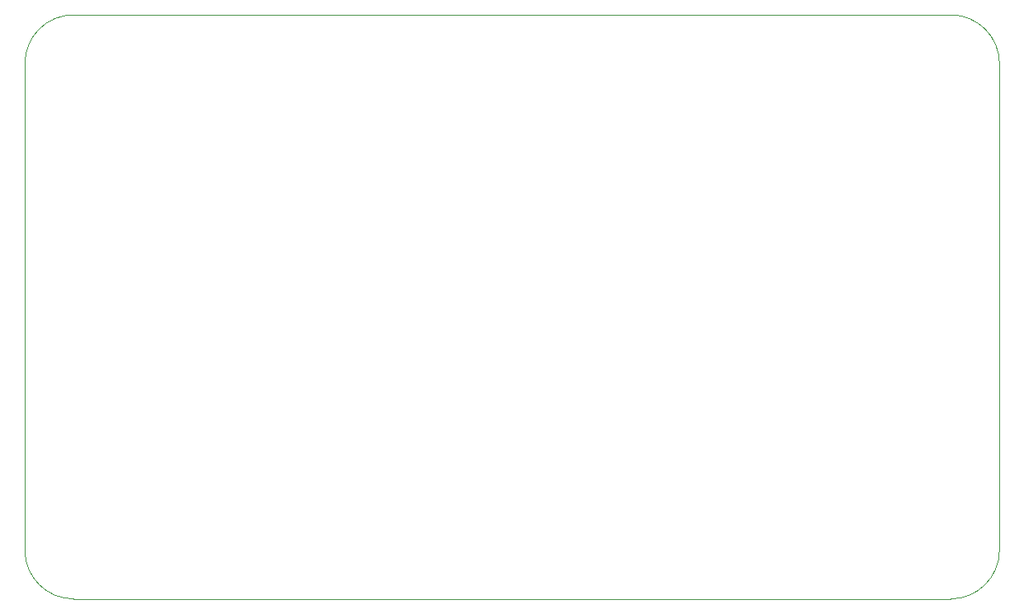
<source format=gbr>
%TF.GenerationSoftware,KiCad,Pcbnew,(7.0.0)*%
%TF.CreationDate,2023-05-17T20:16:57-03:00*%
%TF.ProjectId,d3vk1t,6433766b-3174-42e6-9b69-6361645f7063,rev?*%
%TF.SameCoordinates,Original*%
%TF.FileFunction,Profile,NP*%
%FSLAX46Y46*%
G04 Gerber Fmt 4.6, Leading zero omitted, Abs format (unit mm)*
G04 Created by KiCad (PCBNEW (7.0.0)) date 2023-05-17 20:16:57*
%MOMM*%
%LPD*%
G01*
G04 APERTURE LIST*
%TA.AperFunction,Profile*%
%ADD10C,0.100000*%
%TD*%
G04 APERTURE END LIST*
D10*
X105000000Y-129000000D02*
X180000000Y-129000000D01*
X180000000Y-129000000D02*
X195000000Y-129000000D01*
X195000000Y-69000000D02*
X105000000Y-69000000D01*
X105000000Y-69000000D02*
G75*
G03*
X100000000Y-74000000I0J-5000000D01*
G01*
X200000000Y-74000000D02*
G75*
G03*
X195000000Y-69000000I-5000000J0D01*
G01*
X100000000Y-124000000D02*
G75*
G03*
X105000000Y-129000000I5000000J0D01*
G01*
X100000000Y-74000000D02*
X100000000Y-124000000D01*
X200000000Y-124000000D02*
X200000000Y-74000000D01*
X195000000Y-129000000D02*
G75*
G03*
X200000000Y-124000000I0J5000000D01*
G01*
M02*

</source>
